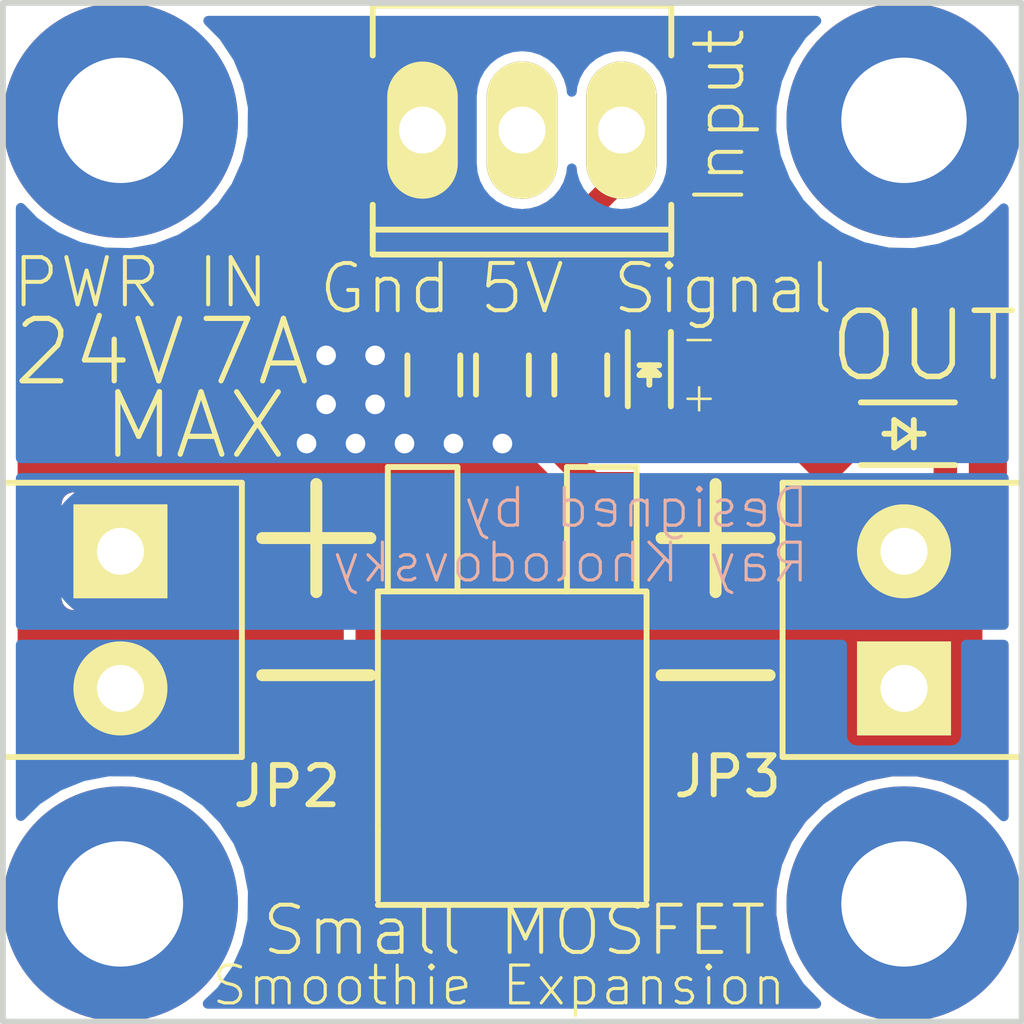
<source format=kicad_pcb>
(kicad_pcb (version 4) (host pcbnew 4.0.2-stable)

  (general
    (links 22)
    (no_connects 0)
    (area 135.426099 91.928599 161.576101 118.078601)
    (thickness 1.6)
    (drawings 27)
    (tracks 39)
    (zones 0)
    (modules 22)
    (nets 7)
  )

  (page A4)
  (layers
    (0 Top signal hide)
    (31 Bottom signal hide)
    (32 B.Adhes user)
    (33 F.Adhes user)
    (34 B.Paste user)
    (35 F.Paste user)
    (36 B.SilkS user hide)
    (37 F.SilkS user)
    (38 B.Mask user)
    (39 F.Mask user)
    (40 Dwgs.User user hide)
    (41 Cmts.User user)
    (42 Eco1.User user)
    (43 Eco2.User user)
    (44 Edge.Cuts user)
    (45 Margin user)
    (46 B.CrtYd user)
    (47 F.CrtYd user)
    (48 B.Fab user)
    (49 F.Fab user)
  )

  (setup
    (last_trace_width 0.6)
    (trace_clearance 0.1524)
    (zone_clearance 0.254)
    (zone_45_only no)
    (trace_min 0.2)
    (segment_width 0.2)
    (edge_width 0.15)
    (via_size 0.6)
    (via_drill 0.4)
    (via_min_size 0.4)
    (via_min_drill 0.3)
    (uvia_size 0.3)
    (uvia_drill 0.1)
    (uvias_allowed no)
    (uvia_min_size 0.2)
    (uvia_min_drill 0.1)
    (pcb_text_width 0.3)
    (pcb_text_size 1.5 1.5)
    (mod_edge_width 0.15)
    (mod_text_size 1 1)
    (mod_text_width 0.15)
    (pad_size 6 6)
    (pad_drill 3.2)
    (pad_to_mask_clearance 0.2)
    (aux_axis_origin 0 0)
    (grid_origin 138.5 115)
    (visible_elements 7FFFDF7F)
    (pcbplotparams
      (layerselection 0x010fc_80000001)
      (usegerberextensions true)
      (excludeedgelayer true)
      (linewidth 0.100000)
      (plotframeref false)
      (viasonmask false)
      (mode 1)
      (useauxorigin false)
      (hpglpennumber 1)
      (hpglpenspeed 20)
      (hpglpendiameter 15)
      (hpglpenoverlay 2)
      (psnegative false)
      (psa4output false)
      (plotreference true)
      (plotvalue true)
      (plotinvisibletext false)
      (padsonsilk false)
      (subtractmaskfromsilk false)
      (outputformat 1)
      (mirror false)
      (drillshape 0)
      (scaleselection 1)
      (outputdirectory Gerber/))
  )

  (net 0 "")
  (net 1 GND)
  (net 2 /FET-LOGIC-IN)
  (net 3 /HEATERVIN)
  (net 4 /E1-CONTROL)
  (net 5 "Net-(Q1-Pad1)")
  (net 6 "Net-(LED7-Pad1)")

  (net_class Default "This is the default net class."
    (clearance 0.1524)
    (trace_width 0.6)
    (via_dia 0.6)
    (via_drill 0.4)
    (uvia_dia 0.3)
    (uvia_drill 0.1)
    (add_net /E1-CONTROL)
    (add_net /FET-LOGIC-IN)
    (add_net /HEATERVIN)
    (add_net GND)
    (add_net "Net-(LED7-Pad1)")
    (add_net "Net-(Q1-Pad1)")
  )

  (module Diodes_SMD:SOD-323 (layer Top) (tedit 5752CBF9) (tstamp 5752C70B)
    (at 158.5 103 180)
    (descr SOD-323)
    (tags SOD-323)
    (path /5741BA57)
    (attr smd)
    (fp_text reference D11 (at 0 0 180) (layer F.SilkS) hide
      (effects (font (size 1 1) (thickness 0.15)))
    )
    (fp_text value 1N4148 (at 0 0 180) (layer F.Fab) hide
      (effects (font (size 1 1) (thickness 0.15)))
    )
    (fp_line (start 0.25 0) (end 0.5 0) (layer F.SilkS) (width 0.15))
    (fp_line (start -0.25 0) (end -0.5 0) (layer F.SilkS) (width 0.15))
    (fp_line (start -0.25 0) (end 0.25 -0.35) (layer F.SilkS) (width 0.15))
    (fp_line (start 0.25 -0.35) (end 0.25 0.35) (layer F.SilkS) (width 0.15))
    (fp_line (start 0.25 0.35) (end -0.25 0) (layer F.SilkS) (width 0.15))
    (fp_line (start -0.25 -0.35) (end -0.25 0.35) (layer F.SilkS) (width 0.15))
    (fp_line (start -1.5 -0.95) (end 1.5 -0.95) (layer F.CrtYd) (width 0.05))
    (fp_line (start 1.5 -0.95) (end 1.5 0.95) (layer F.CrtYd) (width 0.05))
    (fp_line (start -1.5 0.95) (end 1.5 0.95) (layer F.CrtYd) (width 0.05))
    (fp_line (start -1.5 -0.95) (end -1.5 0.95) (layer F.CrtYd) (width 0.05))
    (fp_line (start -1.3 0.8) (end 1.1 0.8) (layer F.SilkS) (width 0.15))
    (fp_line (start -1.3 -0.8) (end 1.1 -0.8) (layer F.SilkS) (width 0.15))
    (pad 1 smd rect (at -1.055 0 180) (size 0.59 0.45) (layers Top F.Paste F.Mask)
      (net 3 /HEATERVIN))
    (pad 2 smd rect (at 1.055 0 180) (size 0.59 0.45) (layers Top F.Paste F.Mask)
      (net 4 /E1-CONTROL))
  )

  (module SBV2_Footprints:Hdr_MOLEX-KK-RM2-54mm_Lock_3pin_straight (layer Top) (tedit 5752D3F8) (tstamp 5752C710)
    (at 148.75 95.25)
    (descr "Header, MOLEX, KK, RM 2.54mm, Lock, 3pin, straight,")
    (tags "Header, MOLEX, KK, RM 2.54mm, Lock, 3pin, straight,")
    (path /5741BBE7)
    (fp_text reference JP1 (at 0 -2.5) (layer F.SilkS) hide
      (effects (font (size 1 1) (thickness 0.15)))
    )
    (fp_text value ~ (at 0 0) (layer F.SilkS) hide
      (effects (font (size 1.5 1.5) (thickness 0.2)))
    )
    (fp_line (start 3.81 2.54) (end -3.81 2.54) (layer F.SilkS) (width 0.15))
    (fp_line (start 3.81 1.905) (end 3.81 3.175) (layer F.SilkS) (width 0.15))
    (fp_line (start -3.81 -1.905) (end -3.81 -3.175) (layer F.SilkS) (width 0.15))
    (fp_line (start -3.81 -3.175) (end 3.81 -3.175) (layer F.SilkS) (width 0.15))
    (fp_line (start 3.81 -3.175) (end 3.81 -1.905) (layer F.SilkS) (width 0.15))
    (fp_line (start 3.81 3.175) (end -3.81 3.175) (layer F.SilkS) (width 0.15))
    (fp_line (start -3.81 3.175) (end -3.81 1.905) (layer F.SilkS) (width 0.15))
    (pad 1 thru_hole oval (at -2.54 0) (size 1.80086 3.50012) (drill 1.19888) (layers *.Cu *.Mask F.SilkS)
      (net 1 GND))
    (pad 2 thru_hole oval (at 0 0) (size 1.80086 3.50012) (drill 1.19888) (layers *.Cu *.Mask F.SilkS))
    (pad 3 thru_hole oval (at 2.54 0) (size 1.80086 3.50012) (drill 1.19888) (layers *.Cu *.Mask F.SilkS)
      (net 2 /FET-LOGIC-IN))
    (model walter/conn_kk100/22-23-2031.wrl
      (at (xyz 0 0 0))
      (scale (xyz 1 1 1))
      (rotate (xyz 0 0 180))
    )
  )

  (module LEDs:LED-0603 (layer Top) (tedit 5752CBF3) (tstamp 5752C720)
    (at 152 101.5 270)
    (descr "LED 0603 smd package")
    (tags "LED led 0603 SMD smd SMT smt smdled SMDLED smtled SMTLED")
    (path /5741BE3F)
    (attr smd)
    (fp_text reference LED7 (at 0 0 270) (layer F.SilkS) hide
      (effects (font (size 1 1) (thickness 0.15)))
    )
    (fp_text value LED (at 0 0 270) (layer F.Fab) hide
      (effects (font (size 1 1) (thickness 0.15)))
    )
    (fp_line (start -1.1 0.55) (end 0.8 0.55) (layer F.SilkS) (width 0.15))
    (fp_line (start -1.1 -0.55) (end 0.8 -0.55) (layer F.SilkS) (width 0.15))
    (fp_line (start -0.2 0) (end 0.25 0) (layer F.SilkS) (width 0.15))
    (fp_line (start -0.25 -0.25) (end -0.25 0.25) (layer F.SilkS) (width 0.15))
    (fp_line (start -0.25 0) (end 0 -0.25) (layer F.SilkS) (width 0.15))
    (fp_line (start 0 -0.25) (end 0 0.25) (layer F.SilkS) (width 0.15))
    (fp_line (start 0 0.25) (end -0.25 0) (layer F.SilkS) (width 0.15))
    (fp_line (start 1.4 -0.75) (end 1.4 0.75) (layer F.CrtYd) (width 0.05))
    (fp_line (start 1.4 0.75) (end -1.4 0.75) (layer F.CrtYd) (width 0.05))
    (fp_line (start -1.4 0.75) (end -1.4 -0.75) (layer F.CrtYd) (width 0.05))
    (fp_line (start -1.4 -0.75) (end 1.4 -0.75) (layer F.CrtYd) (width 0.05))
    (pad 2 smd rect (at 0.7493 0 90) (size 0.79756 0.79756) (layers Top F.Paste F.Mask)
      (net 3 /HEATERVIN))
    (pad 1 smd rect (at -0.7493 0 90) (size 0.79756 0.79756) (layers Top F.Paste F.Mask)
      (net 6 "Net-(LED7-Pad1)"))
  )

  (module SBV2_Footprints:M3_Mounting_Hole (layer Top) (tedit 5752C724) (tstamp 5752C725)
    (at 138.5 115)
    (path /5751ED97)
    (fp_text reference M1 (at 0 0) (layer F.SilkS) hide
      (effects (font (size 1 1) (thickness 0.15)))
    )
    (fp_text value MH_3.2mm (at 0 0) (layer F.Fab) hide
      (effects (font (size 1 1) (thickness 0.15)))
    )
    (pad "" np_thru_hole circle (at 0 0) (size 6 6) (drill 3.2) (layers *.Cu *.Mask))
  )

  (module SBV2_Footprints:M3_Mounting_Hole (layer Top) (tedit 5752C71F) (tstamp 5752C729)
    (at 158.5 115)
    (path /5751EE2C)
    (fp_text reference M2 (at 0 0) (layer F.SilkS) hide
      (effects (font (size 1 1) (thickness 0.15)))
    )
    (fp_text value MH_3.2mm (at 0 0) (layer F.Fab) hide
      (effects (font (size 1 1) (thickness 0.15)))
    )
    (pad "" np_thru_hole circle (at 0 0) (size 6 6) (drill 3.2) (layers *.Cu *.Mask))
  )

  (module SBV2_Footprints:M3_Mounting_Hole (layer Top) (tedit 5752C70F) (tstamp 5752C72D)
    (at 158.5 95)
    (path /5751EE75)
    (fp_text reference M3 (at 0 0) (layer F.SilkS) hide
      (effects (font (size 1 1) (thickness 0.15)))
    )
    (fp_text value MH_3.2mm (at 0 0) (layer F.Fab) hide
      (effects (font (size 1 1) (thickness 0.15)))
    )
    (pad "" np_thru_hole circle (at 0 0) (size 6 6) (drill 3.2) (layers *.Cu *.Mask))
  )

  (module SBV2_Footprints:M3_Mounting_Hole (layer Top) (tedit 5752C719) (tstamp 5752C731)
    (at 138.5 95)
    (path /5751EECB)
    (fp_text reference M4 (at 0 0) (layer F.SilkS) hide
      (effects (font (size 1 1) (thickness 0.15)))
    )
    (fp_text value MH_3.2mm (at 0 0) (layer F.Fab) hide
      (effects (font (size 1 1) (thickness 0.15)))
    )
    (pad "" np_thru_hole circle (at 0 0) (size 6 6) (drill 3.2) (layers *.Cu *.Mask))
  )

  (module TO_SOT_Packages_SMD:TO-252-2Lead (layer Top) (tedit 5752D3FF) (tstamp 5752C73B)
    (at 148.5 105.5 180)
    (descr "DPAK / TO-252 2-lead smd package")
    (tags "dpak TO-252")
    (path /5741C15F)
    (attr smd)
    (fp_text reference Q1 (at -4.75 -8 180) (layer F.SilkS) hide
      (effects (font (size 1 1) (thickness 0.15)))
    )
    (fp_text value IRLR024 (at 0 0 180) (layer F.Fab) hide
      (effects (font (size 1 1) (thickness 0.15)))
    )
    (fp_line (start 1.397 -1.524) (end 1.397 1.651) (layer F.SilkS) (width 0.15))
    (fp_line (start 1.397 1.651) (end 3.175 1.651) (layer F.SilkS) (width 0.15))
    (fp_line (start 3.175 1.651) (end 3.175 -1.524) (layer F.SilkS) (width 0.15))
    (fp_line (start -3.175 -1.524) (end -3.175 1.651) (layer F.SilkS) (width 0.15))
    (fp_line (start -3.175 1.651) (end -1.397 1.651) (layer F.SilkS) (width 0.15))
    (fp_line (start -1.397 1.651) (end -1.397 -1.524) (layer F.SilkS) (width 0.15))
    (fp_line (start 3.429 -7.62) (end 3.429 -1.524) (layer F.SilkS) (width 0.15))
    (fp_line (start 3.429 -1.524) (end -3.429 -1.524) (layer F.SilkS) (width 0.15))
    (fp_line (start -3.429 -1.524) (end -3.429 -9.398) (layer F.SilkS) (width 0.15))
    (fp_line (start -3.429 -9.525) (end 3.429 -9.525) (layer F.SilkS) (width 0.15))
    (fp_line (start 3.429 -9.398) (end 3.429 -7.62) (layer F.SilkS) (width 0.15))
    (pad 1 smd rect (at -2.286 0 180) (size 1.651 3.048) (layers Top F.Paste F.Mask)
      (net 5 "Net-(Q1-Pad1)"))
    (pad 2 smd rect (at 0 -6.35 180) (size 6.096 6.096) (layers Top F.Paste F.Mask)
      (net 4 /E1-CONTROL))
    (pad 3 smd rect (at 2.286 0 180) (size 1.651 3.048) (layers Top F.Paste F.Mask)
      (net 1 GND))
    (model TO_SOT_Packages_SMD.3dshapes/TO-252-2Lead.wrl
      (at (xyz 0 0 0))
      (scale (xyz 1 1 1))
      (rotate (xyz 0 0 0))
    )
  )

  (module Resistors_SMD:R_0603 (layer Top) (tedit 5752CB4C) (tstamp 5752C73C)
    (at 148.25 101.5 90)
    (descr "Resistor SMD 0603, reflow soldering, Vishay (see dcrcw.pdf)")
    (tags "resistor 0603")
    (path /5741BF07)
    (attr smd)
    (fp_text reference R35 (at 0 0 90) (layer F.SilkS) hide
      (effects (font (size 1 1) (thickness 0.15)))
    )
    (fp_text value 10R (at 0 0 90) (layer F.Fab) hide
      (effects (font (size 1 1) (thickness 0.15)))
    )
    (fp_line (start -1.3 -0.8) (end 1.3 -0.8) (layer F.CrtYd) (width 0.05))
    (fp_line (start -1.3 0.8) (end 1.3 0.8) (layer F.CrtYd) (width 0.05))
    (fp_line (start -1.3 -0.8) (end -1.3 0.8) (layer F.CrtYd) (width 0.05))
    (fp_line (start 1.3 -0.8) (end 1.3 0.8) (layer F.CrtYd) (width 0.05))
    (fp_line (start 0.5 0.675) (end -0.5 0.675) (layer F.SilkS) (width 0.15))
    (fp_line (start -0.5 -0.675) (end 0.5 -0.675) (layer F.SilkS) (width 0.15))
    (pad 1 smd rect (at -0.75 0 90) (size 0.5 0.9) (layers Top F.Paste F.Mask)
      (net 5 "Net-(Q1-Pad1)"))
    (pad 2 smd rect (at 0.75 0 90) (size 0.5 0.9) (layers Top F.Paste F.Mask)
      (net 2 /FET-LOGIC-IN))
    (model Resistors_SMD.3dshapes/R_0603.wrl
      (at (xyz 0 0 0))
      (scale (xyz 1 1 1))
      (rotate (xyz 0 0 0))
    )
  )

  (module Resistors_SMD:R_0603 (layer Top) (tedit 5752CB49) (tstamp 5752C741)
    (at 146.5 101.5 270)
    (descr "Resistor SMD 0603, reflow soldering, Vishay (see dcrcw.pdf)")
    (tags "resistor 0603")
    (path /5741BFCF)
    (attr smd)
    (fp_text reference R36 (at 0 0 270) (layer F.SilkS) hide
      (effects (font (size 1 1) (thickness 0.15)))
    )
    (fp_text value 100k (at 0 0 270) (layer F.Fab) hide
      (effects (font (size 1 1) (thickness 0.15)))
    )
    (fp_line (start -1.3 -0.8) (end 1.3 -0.8) (layer F.CrtYd) (width 0.05))
    (fp_line (start -1.3 0.8) (end 1.3 0.8) (layer F.CrtYd) (width 0.05))
    (fp_line (start -1.3 -0.8) (end -1.3 0.8) (layer F.CrtYd) (width 0.05))
    (fp_line (start 1.3 -0.8) (end 1.3 0.8) (layer F.CrtYd) (width 0.05))
    (fp_line (start 0.5 0.675) (end -0.5 0.675) (layer F.SilkS) (width 0.15))
    (fp_line (start -0.5 -0.675) (end 0.5 -0.675) (layer F.SilkS) (width 0.15))
    (pad 1 smd rect (at -0.75 0 270) (size 0.5 0.9) (layers Top F.Paste F.Mask)
      (net 2 /FET-LOGIC-IN))
    (pad 2 smd rect (at 0.75 0 270) (size 0.5 0.9) (layers Top F.Paste F.Mask)
      (net 1 GND))
    (model Resistors_SMD.3dshapes/R_0603.wrl
      (at (xyz 0 0 0))
      (scale (xyz 1 1 1))
      (rotate (xyz 0 0 0))
    )
  )

  (module Resistors_SMD:R_0603 (layer Top) (tedit 5752CB37) (tstamp 5752C746)
    (at 150.25 101.5 90)
    (descr "Resistor SMD 0603, reflow soldering, Vishay (see dcrcw.pdf)")
    (tags "resistor 0603")
    (path /5741C097)
    (attr smd)
    (fp_text reference R37 (at 0 0 90) (layer F.SilkS) hide
      (effects (font (size 1 1) (thickness 0.15)))
    )
    (fp_text value 1.5k (at 0 0 90) (layer F.Fab) hide
      (effects (font (size 1 1) (thickness 0.15)))
    )
    (fp_line (start -1.3 -0.8) (end 1.3 -0.8) (layer F.CrtYd) (width 0.05))
    (fp_line (start -1.3 0.8) (end 1.3 0.8) (layer F.CrtYd) (width 0.05))
    (fp_line (start -1.3 -0.8) (end -1.3 0.8) (layer F.CrtYd) (width 0.05))
    (fp_line (start 1.3 -0.8) (end 1.3 0.8) (layer F.CrtYd) (width 0.05))
    (fp_line (start 0.5 0.675) (end -0.5 0.675) (layer F.SilkS) (width 0.15))
    (fp_line (start -0.5 -0.675) (end 0.5 -0.675) (layer F.SilkS) (width 0.15))
    (pad 1 smd rect (at -0.75 0 90) (size 0.5 0.9) (layers Top F.Paste F.Mask)
      (net 4 /E1-CONTROL))
    (pad 2 smd rect (at 0.75 0 90) (size 0.5 0.9) (layers Top F.Paste F.Mask)
      (net 6 "Net-(LED7-Pad1)"))
    (model Resistors_SMD.3dshapes/R_0603.wrl
      (at (xyz 0 0 0))
      (scale (xyz 1 1 1))
      (rotate (xyz 0 0 0))
    )
  )

  (module SBV2_Footprints:VIA_GND_0.86mm (layer Top) (tedit 5752CA68) (tstamp 5752CA73)
    (at 143.75 102.25)
    (path /5752CD11)
    (fp_text reference VP1 (at 0 1.143) (layer F.SilkS) hide
      (effects (font (size 1 1) (thickness 0.15)))
    )
    (fp_text value VIA_GND (at -27.5 -6.5) (layer F.Fab)
      (effects (font (size 1 1) (thickness 0.15)))
    )
    (pad 1 thru_hole circle (at 0 0 90) (size 0.86 0.86) (drill 0.5) (layers *.Cu)
      (net 1 GND))
  )

  (module SBV2_Footprints:VIA_GND_0.86mm (layer Top) (tedit 5752CA65) (tstamp 5752CA77)
    (at 144.5 103.25)
    (path /5752CD8F)
    (fp_text reference VP2 (at 0 1.143) (layer F.SilkS) hide
      (effects (font (size 1 1) (thickness 0.15)))
    )
    (fp_text value VIA_GND (at -30 -8.25) (layer F.Fab)
      (effects (font (size 1 1) (thickness 0.15)))
    )
    (pad 1 thru_hole circle (at 0 0 90) (size 0.86 0.86) (drill 0.5) (layers *.Cu)
      (net 1 GND))
  )

  (module SBV2_Footprints:VIA_GND_0.86mm (layer Top) (tedit 5752CA6E) (tstamp 5752CA7B)
    (at 143.75 101)
    (path /5752CDDA)
    (fp_text reference VP3 (at 0 1.143) (layer F.SilkS) hide
      (effects (font (size 1 1) (thickness 0.15)))
    )
    (fp_text value VIA_GND (at -30.75 -4.75) (layer F.Fab)
      (effects (font (size 1 1) (thickness 0.15)))
    )
    (pad 1 thru_hole circle (at 0 0 90) (size 0.86 0.86) (drill 0.5) (layers *.Cu)
      (net 1 GND))
  )

  (module SBV2_Footprints:VIA_GND_0.86mm (layer Top) (tedit 5752CA7B) (tstamp 5752CA7F)
    (at 145 102.25)
    (path /5752CDE1)
    (fp_text reference VP4 (at 0 1.143) (layer F.SilkS) hide
      (effects (font (size 1 1) (thickness 0.15)))
    )
    (fp_text value VIA_GND (at -29.75 6.5) (layer F.Fab)
      (effects (font (size 1 1) (thickness 0.15)))
    )
    (pad 1 thru_hole circle (at 0 0 90) (size 0.86 0.86) (drill 0.5) (layers *.Cu)
      (net 1 GND))
  )

  (module SBV2_Footprints:VIA_GND_0.86mm (layer Top) (tedit 5752CA6B) (tstamp 5752CA83)
    (at 148.25 103.25)
    (path /5752CEC2)
    (fp_text reference VP5 (at 0 1.143) (layer F.SilkS) hide
      (effects (font (size 1 1) (thickness 0.15)))
    )
    (fp_text value VIA_GND (at -28.5 -6.75) (layer F.Fab)
      (effects (font (size 1 1) (thickness 0.15)))
    )
    (pad 1 thru_hole circle (at 0 0 90) (size 0.86 0.86) (drill 0.5) (layers *.Cu)
      (net 1 GND))
  )

  (module SBV2_Footprints:VIA_GND_0.86mm (layer Top) (tedit 5752CA76) (tstamp 5752CA87)
    (at 147 103.25)
    (path /5752CEC9)
    (fp_text reference VP6 (at 0 1.143) (layer F.SilkS) hide
      (effects (font (size 1 1) (thickness 0.15)))
    )
    (fp_text value VIA_GND (at -31.25 2) (layer F.Fab)
      (effects (font (size 1 1) (thickness 0.15)))
    )
    (pad 1 thru_hole circle (at 0 0 90) (size 0.86 0.86) (drill 0.5) (layers *.Cu)
      (net 1 GND))
  )

  (module SBV2_Footprints:VIA_GND_0.86mm (layer Top) (tedit 5752CA79) (tstamp 5752CA8B)
    (at 145.75 103.25)
    (path /5752CED0)
    (fp_text reference VP7 (at 0 1.143) (layer F.SilkS) hide
      (effects (font (size 1 1) (thickness 0.15)))
    )
    (fp_text value VIA_GND (at -28.5 3.75) (layer F.Fab)
      (effects (font (size 1 1) (thickness 0.15)))
    )
    (pad 1 thru_hole circle (at 0 0 90) (size 0.86 0.86) (drill 0.5) (layers *.Cu)
      (net 1 GND))
  )

  (module SBV2_Footprints:VIA_GND_0.86mm (layer Top) (tedit 5752CA71) (tstamp 5752CA8F)
    (at 145 101)
    (path /5752CED7)
    (fp_text reference VP8 (at 0 1.143) (layer F.SilkS) hide
      (effects (font (size 1 1) (thickness 0.15)))
    )
    (fp_text value VIA_GND (at -29.25 -3) (layer F.Fab)
      (effects (font (size 1 1) (thickness 0.15)))
    )
    (pad 1 thru_hole circle (at 0 0 90) (size 0.86 0.86) (drill 0.5) (layers *.Cu)
      (net 1 GND))
  )

  (module SBV2_Footprints:VIA_GND_0.86mm (layer Top) (tedit 5752CA74) (tstamp 5752CA93)
    (at 143.25 103.25)
    (path /5752CF13)
    (fp_text reference VP9 (at 0 1.143) (layer F.SilkS) hide
      (effects (font (size 1 1) (thickness 0.15)))
    )
    (fp_text value VIA_GND (at -29.75 0) (layer F.Fab)
      (effects (font (size 1 1) (thickness 0.15)))
    )
    (pad 1 thru_hole circle (at 0 0 90) (size 0.86 0.86) (drill 0.5) (layers *.Cu)
      (net 1 GND))
  )

  (module Terminal_Blocks:TerminalBlock_Pheonix_PT-3.5mm_2pol (layer Top) (tedit 5752D8C6) (tstamp 5752D88F)
    (at 138.5 106 270)
    (descr "2-way 3.5mm pitch terminal block, Phoenix PT series")
    (path /5741BCAF)
    (fp_text reference JP2 (at 6 -4.25 360) (layer F.SilkS)
      (effects (font (size 1 1) (thickness 0.15)))
    )
    (fp_text value ~ (at 1.75 6 270) (layer F.Fab)
      (effects (font (size 1 1) (thickness 0.15)))
    )
    (fp_line (start -1.9 -3.3) (end 5.4 -3.3) (layer F.CrtYd) (width 0.05))
    (fp_line (start -1.9 4.7) (end -1.9 -3.3) (layer F.CrtYd) (width 0.05))
    (fp_line (start 5.4 4.7) (end -1.9 4.7) (layer F.CrtYd) (width 0.05))
    (fp_line (start 5.4 -3.3) (end 5.4 4.7) (layer F.CrtYd) (width 0.05))
    (fp_line (start 1.75 4.1) (end 1.75 4.5) (layer F.SilkS) (width 0.15))
    (fp_line (start -1.75 3) (end 5.25 3) (layer F.SilkS) (width 0.15))
    (fp_line (start -1.75 4.1) (end 5.25 4.1) (layer F.SilkS) (width 0.15))
    (fp_line (start -1.75 -3.1) (end -1.75 4.5) (layer F.SilkS) (width 0.15))
    (fp_line (start 5.25 4.5) (end 5.25 -3.1) (layer F.SilkS) (width 0.15))
    (fp_line (start 5.25 -3.1) (end -1.75 -3.1) (layer F.SilkS) (width 0.15))
    (pad 2 thru_hole circle (at 3.5 0 270) (size 2.4 2.4) (drill 1.2) (layers *.Cu *.Mask F.SilkS)
      (net 1 GND))
    (pad 1 thru_hole rect (at 0 0 270) (size 2.4 2.4) (drill 1.2) (layers *.Cu *.Mask F.SilkS)
      (net 3 /HEATERVIN))
    (model Terminal_Blocks.3dshapes/TerminalBlock_Pheonix_PT-3.5mm_2pol.wrl
      (at (xyz 0 0 0))
      (scale (xyz 1 1 1))
      (rotate (xyz 0 0 0))
    )
  )

  (module Terminal_Blocks:TerminalBlock_Pheonix_PT-3.5mm_2pol (layer Top) (tedit 5752D8CD) (tstamp 5752D894)
    (at 158.5 109.5 90)
    (descr "2-way 3.5mm pitch terminal block, Phoenix PT series")
    (path /5741BD77)
    (fp_text reference JP3 (at -2.25 -4.5 360) (layer F.SilkS)
      (effects (font (size 1 1) (thickness 0.15)))
    )
    (fp_text value ~ (at 1.75 6 90) (layer F.Fab)
      (effects (font (size 1 1) (thickness 0.15)))
    )
    (fp_line (start -1.9 -3.3) (end 5.4 -3.3) (layer F.CrtYd) (width 0.05))
    (fp_line (start -1.9 4.7) (end -1.9 -3.3) (layer F.CrtYd) (width 0.05))
    (fp_line (start 5.4 4.7) (end -1.9 4.7) (layer F.CrtYd) (width 0.05))
    (fp_line (start 5.4 -3.3) (end 5.4 4.7) (layer F.CrtYd) (width 0.05))
    (fp_line (start 1.75 4.1) (end 1.75 4.5) (layer F.SilkS) (width 0.15))
    (fp_line (start -1.75 3) (end 5.25 3) (layer F.SilkS) (width 0.15))
    (fp_line (start -1.75 4.1) (end 5.25 4.1) (layer F.SilkS) (width 0.15))
    (fp_line (start -1.75 -3.1) (end -1.75 4.5) (layer F.SilkS) (width 0.15))
    (fp_line (start 5.25 4.5) (end 5.25 -3.1) (layer F.SilkS) (width 0.15))
    (fp_line (start 5.25 -3.1) (end -1.75 -3.1) (layer F.SilkS) (width 0.15))
    (pad 2 thru_hole circle (at 3.5 0 90) (size 2.4 2.4) (drill 1.2) (layers *.Cu *.Mask F.SilkS)
      (net 3 /HEATERVIN))
    (pad 1 thru_hole rect (at 0 0 90) (size 2.4 2.4) (drill 1.2) (layers *.Cu *.Mask F.SilkS)
      (net 4 /E1-CONTROL))
    (model Terminal_Blocks.3dshapes/TerminalBlock_Pheonix_PT-3.5mm_2pol.wrl
      (at (xyz 0 0 0))
      (scale (xyz 1 1 1))
      (rotate (xyz 0 0 0))
    )
  )

  (dimension 26 (width 0.3) (layer Dwgs.User)
    (gr_text "26.000 mm" (at 125.15 105 270) (layer Dwgs.User)
      (effects (font (size 1.5 1.5) (thickness 0.3)))
    )
    (feature1 (pts (xy 128.5 118) (xy 123.8 118)))
    (feature2 (pts (xy 128.5 92) (xy 123.8 92)))
    (crossbar (pts (xy 126.5 92) (xy 126.5 118)))
    (arrow1a (pts (xy 126.5 118) (xy 125.913579 116.873496)))
    (arrow1b (pts (xy 126.5 118) (xy 127.086421 116.873496)))
    (arrow2a (pts (xy 126.5 92) (xy 125.913579 93.126504)))
    (arrow2b (pts (xy 126.5 92) (xy 127.086421 93.126504)))
  )
  (dimension 26 (width 0.3) (layer Dwgs.User)
    (gr_text "26.000 mm" (at 148.5 125.35) (layer Dwgs.User)
      (effects (font (size 1.5 1.5) (thickness 0.3)))
    )
    (feature1 (pts (xy 161.5 122) (xy 161.5 126.7)))
    (feature2 (pts (xy 135.5 122) (xy 135.5 126.7)))
    (crossbar (pts (xy 135.5 124) (xy 161.5 124)))
    (arrow1a (pts (xy 161.5 124) (xy 160.373496 124.586421)))
    (arrow1b (pts (xy 161.5 124) (xy 160.373496 123.413579)))
    (arrow2a (pts (xy 135.5 124) (xy 136.626504 124.586421)))
    (arrow2b (pts (xy 135.5 124) (xy 136.626504 123.413579)))
  )
  (dimension 20 (width 0.3) (layer Dwgs.User)
    (gr_text "20.000 mm" (at 169.85 105 270) (layer Dwgs.User)
      (effects (font (size 1.5 1.5) (thickness 0.3)))
    )
    (feature1 (pts (xy 166.5 115) (xy 171.2 115)))
    (feature2 (pts (xy 166.5 95) (xy 171.2 95)))
    (crossbar (pts (xy 168.5 95) (xy 168.5 115)))
    (arrow1a (pts (xy 168.5 115) (xy 167.913579 113.873496)))
    (arrow1b (pts (xy 168.5 115) (xy 169.086421 113.873496)))
    (arrow2a (pts (xy 168.5 95) (xy 167.913579 96.126504)))
    (arrow2b (pts (xy 168.5 95) (xy 169.086421 96.126504)))
  )
  (dimension 20 (width 0.3) (layer Dwgs.User)
    (gr_text "20.000 mm" (at 148.5 83.65) (layer Dwgs.User)
      (effects (font (size 1.5 1.5) (thickness 0.3)))
    )
    (feature1 (pts (xy 158.5 87) (xy 158.5 82.3)))
    (feature2 (pts (xy 138.5 87) (xy 138.5 82.3)))
    (crossbar (pts (xy 138.5 85) (xy 158.5 85)))
    (arrow1a (pts (xy 158.5 85) (xy 157.373496 85.586421)))
    (arrow1b (pts (xy 158.5 85) (xy 157.373496 84.413579)))
    (arrow2a (pts (xy 138.5 85) (xy 139.626504 85.586421)))
    (arrow2b (pts (xy 138.5 85) (xy 139.626504 84.413579)))
  )
  (gr_line (start 135.5011 118.0036) (end 161.5011 118.0036) (layer Edge.Cuts) (width 0.15) (tstamp A016590))
  (gr_line (start 161.5011 118.0036) (end 161.5011 92.0036) (layer Edge.Cuts) (width 0.15) (tstamp A016D90))
  (gr_line (start 161.5011 92.0036) (end 135.5011 92.0036) (layer Edge.Cuts) (width 0.15) (tstamp A017590))
  (gr_line (start 135.5011 92.0036) (end 135.5011 118.0036) (layer Edge.Cuts) (width 0.15) (tstamp A017E10))
  (gr_text - (at 151.25 111) (layer F.SilkS) (tstamp A01AE10)
    (effects (font (size 3.6195 3.6195) (thickness 0.3048)) (justify left bottom))
  )
  (gr_text + (at 151.25 107.5) (layer F.SilkS) (tstamp A01B410)
    (effects (font (size 3.6195 3.6195) (thickness 0.3048)) (justify left bottom))
  )
  (gr_text "PWR IN" (at 135.6741 99.8496) (layer F.SilkS) (tstamp A01BA10)
    (effects (font (size 1.2065 1.2065) (thickness 0.1016)) (justify left bottom))
  )
  (gr_text 24V (at 135.6741 101.8496) (layer F.SilkS) (tstamp A01C010)
    (effects (font (size 1.59258 1.59258) (thickness 0.134112)) (justify left bottom))
  )
  (gr_text OUT (at 156.5 101.75) (layer F.SilkS) (tstamp A01C610)
    (effects (font (size 1.6891 1.6891) (thickness 0.14224)) (justify left bottom))
  )
  (gr_text MAX (at 137.9661 103.7226) (layer F.SilkS) (tstamp A01CC10)
    (effects (font (size 1.59258 1.59258) (thickness 0.134112)) (justify left bottom))
  )
  (gr_text Gnd (at 143.5 100) (layer F.SilkS) (tstamp A01D210)
    (effects (font (size 1.2065 1.2065) (thickness 0.1016)) (justify left bottom))
  )
  (gr_text + (at 152.75 102.5) (layer F.SilkS) (tstamp A01D810)
    (effects (font (size 0.77216 0.77216) (thickness 0.065024)) (justify left bottom))
  )
  (gr_text - (at 152.75 101) (layer F.SilkS) (tstamp A01DE10)
    (effects (font (size 0.77216 0.77216) (thickness 0.065024)) (justify left bottom))
  )
  (gr_text 5V (at 148.75 100) (layer F.SilkS) (tstamp A01E410)
    (effects (font (size 1.2065 1.2065) (thickness 0.1016)) (justify bottom))
  )
  (gr_text Signal (at 151 100) (layer F.SilkS) (tstamp A01EA10)
    (effects (font (size 1.2065 1.2065) (thickness 0.1016)) (justify left bottom))
  )
  (gr_text "Designed by" (at 156.1331 105.4566) (layer B.SilkS) (tstamp A01F010)
    (effects (font (size 0.9652 0.9652) (thickness 0.08128)) (justify left bottom mirror))
  )
  (gr_text "Ray Kholodovsky" (at 156.1331 106.8536) (layer B.SilkS) (tstamp A01F710)
    (effects (font (size 0.9652 0.9652) (thickness 0.08128)) (justify left bottom mirror))
  )
  (gr_text "Small MOSFET" (at 142.0471 116.3786) (layer F.SilkS) (tstamp A027E90)
    (effects (font (size 1.2065 1.2065) (thickness 0.1016)) (justify left bottom))
  )
  (gr_text "Smoothie Expansion" (at 140.7771 117.6486) (layer F.SilkS) (tstamp A028490)
    (effects (font (size 0.9652 0.9652) (thickness 0.08128)) (justify left bottom))
  )
  (gr_text Input (at 154.5 97.25 90) (layer F.SilkS) (tstamp A028A90)
    (effects (font (size 1.2065 1.2065) (thickness 0.1016)) (justify left bottom))
  )
  (gr_text 7A (at 140.3731 101.8496) (layer F.SilkS) (tstamp A029090)
    (effects (font (size 1.59258 1.59258) (thickness 0.134112)) (justify left bottom))
  )
  (gr_text + (at 143.5 107.5) (layer F.SilkS) (tstamp A029690)
    (effects (font (size 3.6195 3.6195) (thickness 0.3048)) (justify bottom))
  )
  (gr_text - (at 143.5 111) (layer F.SilkS) (tstamp A029C90)
    (effects (font (size 3.6195 3.6195) (thickness 0.3048)) (justify bottom))
  )

  (segment (start 146.5 102.25) (end 144.75 102.25) (width 0.6) (layer Top) (net 1))
  (segment (start 144.75 102.25) (end 144.5 102) (width 0.6) (layer Top) (net 1) (tstamp 5752CD24))
  (segment (start 144.5 102) (end 144.5 96.96) (width 0.6) (layer Top) (net 1) (tstamp 5752CD27))
  (segment (start 144.5 96.96) (end 146.21 95.25) (width 0.6) (layer Top) (net 1) (tstamp 5752CD2A))
  (segment (start 138.5011 109.5036) (end 140.0011 109.5036) (width 0.6) (layer Top) (net 1) (tstamp A0C8A10))
  (segment (start 140.0011 109.5036) (end 144.9511 104.5536) (width 0.6) (layer Top) (net 1) (tstamp A0C9210))
  (segment (start 146.2711 104.5536) (end 144.9511 104.5536) (width 0.6) (layer Top) (net 1) (tstamp A0C9A10))
  (segment (start 151.29 95.25) (end 151.29 96.46) (width 0.25) (layer Top) (net 2))
  (segment (start 151.29 96.46) (end 148.25 99.5) (width 0.6) (layer Top) (net 2) (tstamp 5752CD17))
  (segment (start 148.25 99.5) (end 148.25 100.75) (width 0.6) (layer Top) (net 2) (tstamp 5752CD1A))
  (segment (start 148.25 100.75) (end 146.5 100.75) (width 0.6) (layer Top) (net 2) (tstamp 5752CD1C))
  (segment (start 138.5011 106.0036) (end 158.5011 106.0036) (width 3.81) (layer Bottom) (net 3) (tstamp A100310))
  (segment (start 159.555 103) (end 159.555 102.305) (width 0.6) (layer Top) (net 3))
  (segment (start 156.0007 102.2493) (end 152 102.2493) (width 0.6) (layer Top) (net 3))
  (segment (start 156.0007 102.2493) (end 156.5 101.75) (width 0.6) (layer Top) (net 3) (tstamp 5752CEB7))
  (segment (start 156.5 101.75) (end 159 101.75) (width 0.6) (layer Top) (net 3) (tstamp 5752CEB8))
  (segment (start 159 101.75) (end 159.555 102.305) (width 0.6) (layer Top) (net 3) (tstamp 5752CEBA))
  (segment (start 159.555 103) (end 159.555 104.945) (width 0.6) (layer Top) (net 3) (tstamp 5752CED1))
  (segment (start 159.555 104.945) (end 158.5 106) (width 0.6) (layer Top) (net 3) (tstamp 5752CEBF))
  (segment (start 150.25 102.25) (end 150.25 102.75) (width 0.6) (layer Top) (net 4))
  (segment (start 155.7475 103.25) (end 156.5011 104.0036) (width 0.6) (layer Top) (net 4) (tstamp 5752CEB3))
  (segment (start 150.75 103.25) (end 155.7475 103.25) (width 0.6) (layer Top) (net 4) (tstamp 5752CEB0))
  (segment (start 150.25 102.75) (end 150.75 103.25) (width 0.6) (layer Top) (net 4) (tstamp 5752CEAF))
  (segment (start 157.3511 103.0036) (end 157.3511 103.1536) (width 0.6096) (layer Top) (net 4) (tstamp A0F9D10))
  (segment (start 157.3511 103.1536) (end 156.5011 104.0036) (width 0.6096) (layer Top) (net 4) (tstamp A0FA510))
  (segment (start 156.5011 104.0036) (end 156.5011 109.2036) (width 0.6096) (layer Top) (net 4) (tstamp A0FAD10))
  (segment (start 156.5011 109.5036) (end 155.0011 109.5036) (width 3.81) (layer Top) (net 4) (tstamp A0ECE90))
  (segment (start 154.5011 108.5036) (end 156.3011 109.4036) (width 0.254) (layer Top) (net 4) (tstamp A0EF690))
  (segment (start 156.3011 109.4036) (end 156.5011 109.5036) (width 0.254) (layer Top) (net 4) (tstamp A0F7F10))
  (segment (start 156.5011 109.2036) (end 156.3011 109.4036) (width 0.6096) (layer Top) (net 4) (tstamp A0FB510))
  (segment (start 155.0011 109.5036) (end 152.6511 111.8536) (width 3.81) (layer Top) (net 4) (tstamp A0ED690))
  (segment (start 148.5511 111.8536) (end 152.6511 111.8536) (width 3.81) (layer Top) (net 4) (tstamp A0EDE90))
  (segment (start 158.5011 109.5036) (end 156.5011 109.5036) (width 3.81) (layer Top) (net 4) (tstamp A0EC690))
  (segment (start 158.5011 109.5036) (end 159.0011 109.5036) (width 0.254) (layer Top) (net 4) (tstamp A0EE690))
  (segment (start 148.25 102.25) (end 148.5 102.25) (width 0.25) (layer Top) (net 5))
  (segment (start 148.5 102.25) (end 150.786 104.536) (width 0.6) (layer Top) (net 5) (tstamp 5752CD1F))
  (segment (start 150.786 104.536) (end 150.786 105.5) (width 0.25) (layer Top) (net 5) (tstamp 5752CD21))
  (segment (start 152 100.7507) (end 150.2507 100.7507) (width 0.6) (layer Top) (net 6))
  (segment (start 150.2507 100.7507) (end 150.25 100.75) (width 0.6) (layer Top) (net 6) (tstamp 5752CEAC))

  (zone (net 1) (net_name GND) (layer Top) (tstamp A0CCA10) (hatch none 0.508)
    (priority 5)
    (connect_pads yes (clearance 0.3))
    (min_thickness 0.4)
    (fill yes (arc_segments 32) (thermal_gap 0.508) (thermal_bridge_width 0.508))
    (polygon
      (pts
        (xy 135.5011 92.0036) (xy 135.5011 118.0036) (xy 161.5011 118.0036) (xy 161.5011 92.0036)
      )
    )
    (filled_polygon
      (pts
        (xy 155.805871 92.739358) (xy 155.418086 93.305704) (xy 155.14769 93.936585) (xy 155.004983 94.607971) (xy 154.995399 95.29429)
        (xy 155.119305 95.969399) (xy 155.37198 96.607584) (xy 155.743801 97.184536) (xy 156.220604 97.678281) (xy 156.784229 98.07001)
        (xy 157.413207 98.344804) (xy 158.083581 98.492195) (xy 158.769816 98.50657) (xy 159.445774 98.38738) (xy 160.085707 98.139166)
        (xy 160.665241 97.771383) (xy 160.9261 97.52297) (xy 160.9261 106.758458) (xy 160.859504 106.654965) (xy 160.695628 106.542993)
        (xy 160.5011 106.5036) (xy 160.128983 106.5036) (xy 160.194756 106.214097) (xy 160.200073 105.833306) (xy 160.135318 105.506268)
        (xy 160.131641 105.497348) (xy 160.16757 105.453607) (xy 160.215091 105.396974) (xy 160.217119 105.393285) (xy 160.219787 105.390037)
        (xy 160.254698 105.324929) (xy 160.290308 105.260154) (xy 160.29158 105.256145) (xy 160.293568 105.252437) (xy 160.31518 105.181747)
        (xy 160.337518 105.111329) (xy 160.337987 105.10715) (xy 160.339217 105.103126) (xy 160.346685 105.029602) (xy 160.354922 104.95617)
        (xy 160.354979 104.947946) (xy 160.354995 104.947793) (xy 160.354981 104.94765) (xy 160.355 104.945) (xy 160.355 102.305)
        (xy 160.347797 102.231539) (xy 160.341349 102.157839) (xy 160.340174 102.153795) (xy 160.339764 102.149613) (xy 160.318416 102.078906)
        (xy 160.297789 102.007907) (xy 160.295853 102.004173) (xy 160.294637 102.000144) (xy 160.259928 101.934866) (xy 160.225936 101.869289)
        (xy 160.223313 101.866003) (xy 160.221337 101.862287) (xy 160.174631 101.805019) (xy 160.128529 101.747268) (xy 160.122754 101.741412)
        (xy 160.122657 101.741293) (xy 160.122546 101.741202) (xy 160.120686 101.739315) (xy 159.565685 101.184315) (xy 159.508631 101.13745)
        (xy 159.451974 101.089909) (xy 159.448285 101.087881) (xy 159.445037 101.085213) (xy 159.379929 101.050302) (xy 159.315154 101.014692)
        (xy 159.311145 101.01342) (xy 159.307437 101.011432) (xy 159.236747 100.98982) (xy 159.166329 100.967482) (xy 159.16215 100.967013)
        (xy 159.158126 100.965783) (xy 159.084602 100.958315) (xy 159.01117 100.950078) (xy 159.002946 100.950021) (xy 159.002793 100.950005)
        (xy 159.00265 100.950019) (xy 159 100.95) (xy 156.5 100.95) (xy 156.426494 100.957207) (xy 156.352839 100.963651)
        (xy 156.348795 100.964826) (xy 156.344613 100.965236) (xy 156.273919 100.98658) (xy 156.202906 101.007211) (xy 156.19917 101.009147)
        (xy 156.195144 101.010363) (xy 156.129884 101.045062) (xy 156.064289 101.079064) (xy 156.061003 101.081687) (xy 156.057287 101.083663)
        (xy 156.000019 101.130369) (xy 155.942268 101.176471) (xy 155.936412 101.182246) (xy 155.936293 101.182343) (xy 155.936202 101.182454)
        (xy 155.934315 101.184314) (xy 155.66933 101.4493) (xy 152.796821 101.4493) (xy 152.823209 101.418338) (xy 152.881308 101.289451)
        (xy 152.901199 101.14948) (xy 152.901199 100.35192) (xy 152.89485 100.272297) (xy 152.853027 100.137248) (xy 152.775237 100.019196)
        (xy 152.667638 99.927491) (xy 152.538751 99.869392) (xy 152.39878 99.849501) (xy 151.60122 99.849501) (xy 151.521597 99.85585)
        (xy 151.386548 99.897673) (xy 151.306076 99.9507) (xy 150.259635 99.9507) (xy 150.252793 99.950005) (xy 150.097353 99.964699)
        (xy 149.987051 99.997581) (xy 149.8 99.997581) (xy 149.720377 100.00393) (xy 149.585328 100.045753) (xy 149.467276 100.123543)
        (xy 149.375571 100.231142) (xy 149.317472 100.360029) (xy 149.297581 100.5) (xy 149.297581 101) (xy 149.30393 101.079623)
        (xy 149.345753 101.214672) (xy 149.423543 101.332724) (xy 149.531142 101.424429) (xy 149.660029 101.482528) (xy 149.778192 101.49932)
        (xy 149.720377 101.50393) (xy 149.585328 101.545753) (xy 149.467276 101.623543) (xy 149.375571 101.731142) (xy 149.317472 101.860029)
        (xy 149.308007 101.926636) (xy 149.13019 101.74882) (xy 149.076457 101.667276) (xy 148.968858 101.575571) (xy 148.839971 101.517472)
        (xy 148.811032 101.51336) (xy 148.807437 101.511432) (xy 148.761831 101.497489) (xy 148.779623 101.49607) (xy 148.914672 101.454247)
        (xy 149.032724 101.376457) (xy 149.124429 101.268858) (xy 149.182528 101.139971) (xy 149.202419 101) (xy 149.202419 100.5)
        (xy 149.19607 100.420377) (xy 149.154247 100.285328) (xy 149.076457 100.167276) (xy 149.05 100.144727) (xy 149.05 99.83137)
        (xy 151.379492 97.501879) (xy 151.552414 97.486142) (xy 151.81461 97.408973) (xy 152.056824 97.282347) (xy 152.26983 97.111086)
        (xy 152.445514 96.901714) (xy 152.577185 96.662205) (xy 152.659827 96.401683) (xy 152.690293 96.13007) (xy 152.69043 96.110517)
        (xy 152.69043 94.389483) (xy 152.663759 94.117471) (xy 152.584762 93.855821) (xy 152.456448 93.614497) (xy 152.283704 93.402692)
        (xy 152.073111 93.228474) (xy 151.832688 93.098478) (xy 151.571596 93.017656) (xy 151.299777 92.989087) (xy 151.027586 93.013858)
        (xy 150.76539 93.091027) (xy 150.523176 93.217653) (xy 150.31017 93.388914) (xy 150.134486 93.598286) (xy 150.019266 93.80787)
        (xy 149.916448 93.614497) (xy 149.743704 93.402692) (xy 149.533111 93.228474) (xy 149.292688 93.098478) (xy 149.031596 93.017656)
        (xy 148.759777 92.989087) (xy 148.487586 93.013858) (xy 148.22539 93.091027) (xy 147.983176 93.217653) (xy 147.77017 93.388914)
        (xy 147.594486 93.598286) (xy 147.462815 93.837795) (xy 147.380173 94.098317) (xy 147.349707 94.36993) (xy 147.34957 94.389483)
        (xy 147.34957 96.110517) (xy 147.376241 96.382529) (xy 147.455238 96.644179) (xy 147.583552 96.885503) (xy 147.756296 97.097308)
        (xy 147.966889 97.271526) (xy 148.207312 97.401522) (xy 148.468404 97.482344) (xy 148.740223 97.510913) (xy 149.012414 97.486142)
        (xy 149.182566 97.436063) (xy 147.684315 98.934315) (xy 147.63745 98.991369) (xy 147.589909 99.048026) (xy 147.587881 99.051715)
        (xy 147.585213 99.054963) (xy 147.550302 99.120071) (xy 147.514692 99.184846) (xy 147.51342 99.188855) (xy 147.511432 99.192563)
        (xy 147.48982 99.263253) (xy 147.467482 99.333671) (xy 147.467013 99.33785) (xy 147.465783 99.341874) (xy 147.458315 99.415398)
        (xy 147.450078 99.48883) (xy 147.450021 99.497054) (xy 147.450005 99.497207) (xy 147.450019 99.49735) (xy 147.45 99.5)
        (xy 147.45 99.95) (xy 146.5 99.95) (xy 146.344613 99.965236) (xy 146.23748 99.997581) (xy 146.05 99.997581)
        (xy 145.970377 100.00393) (xy 145.835328 100.045753) (xy 145.717276 100.123543) (xy 145.625571 100.231142) (xy 145.567472 100.360029)
        (xy 145.547581 100.5) (xy 145.547581 101) (xy 145.55393 101.079623) (xy 145.595753 101.214672) (xy 145.673543 101.332724)
        (xy 145.781142 101.424429) (xy 145.910029 101.482528) (xy 146.05 101.502419) (xy 146.238787 101.502419) (xy 146.333671 101.532518)
        (xy 146.48883 101.549922) (xy 146.5 101.55) (xy 147.578883 101.55) (xy 147.467276 101.623543) (xy 147.375571 101.731142)
        (xy 147.317472 101.860029) (xy 147.297581 102) (xy 147.297581 102.5) (xy 147.30393 102.579623) (xy 147.345753 102.714672)
        (xy 147.423543 102.832724) (xy 147.531142 102.924429) (xy 147.660029 102.982528) (xy 147.8 103.002419) (xy 148.121049 103.002419)
        (xy 149.458081 104.339452) (xy 149.458081 106.5036) (xy 144.5011 106.5036) (xy 144.319371 106.537795) (xy 144.152465 106.645196)
        (xy 144.040493 106.809072) (xy 144.0011 107.0036) (xy 144.0011 117.0036) (xy 144.035295 117.185329) (xy 144.142696 117.352235)
        (xy 144.25446 117.4286) (xy 141.025198 117.4286) (xy 141.162302 117.298038) (xy 141.557957 116.737161) (xy 141.837135 116.110117)
        (xy 141.989203 115.440789) (xy 142.00015 114.656807) (xy 141.86683 113.983494) (xy 141.605269 113.348899) (xy 141.225429 112.777194)
        (xy 140.741779 112.290155) (xy 140.172739 111.906333) (xy 139.539986 111.640348) (xy 138.86762 111.502331) (xy 138.181251 111.497539)
        (xy 137.507023 111.626155) (xy 136.870618 111.88328) (xy 136.296275 112.259119) (xy 136.0761 112.47473) (xy 136.0761 104.8)
        (xy 136.797581 104.8) (xy 136.797581 107.2) (xy 136.80393 107.279623) (xy 136.845753 107.414672) (xy 136.923543 107.532724)
        (xy 137.031142 107.624429) (xy 137.160029 107.682528) (xy 137.3 107.702419) (xy 139.7 107.702419) (xy 139.779623 107.69607)
        (xy 139.914672 107.654247) (xy 140.032724 107.576457) (xy 140.124429 107.468858) (xy 140.182528 107.339971) (xy 140.202419 107.2)
        (xy 140.202419 104.8) (xy 140.19607 104.720377) (xy 140.154247 104.585328) (xy 140.076457 104.467276) (xy 139.968858 104.375571)
        (xy 139.839971 104.317472) (xy 139.7 104.297581) (xy 137.3 104.297581) (xy 137.220377 104.30393) (xy 137.085328 104.345753)
        (xy 136.967276 104.423543) (xy 136.875571 104.531142) (xy 136.817472 104.660029) (xy 136.797581 104.8) (xy 136.0761 104.8)
        (xy 136.0761 97.528642) (xy 136.220604 97.678281) (xy 136.784229 98.07001) (xy 137.413207 98.344804) (xy 138.083581 98.492195)
        (xy 138.769816 98.50657) (xy 139.445774 98.38738) (xy 140.085707 98.139166) (xy 140.665241 97.771383) (xy 141.162302 97.298038)
        (xy 141.557957 96.737161) (xy 141.837135 96.110117) (xy 141.989203 95.440789) (xy 142.00015 94.656807) (xy 141.86683 93.983494)
        (xy 141.605269 93.348899) (xy 141.225429 92.777194) (xy 141.028217 92.5786) (xy 155.970032 92.5786)
      )
    )
  )
  (zone (net 1) (net_name GND) (layer Bottom) (tstamp A0D0590) (hatch none 0.508)
    (priority 5)
    (connect_pads yes (clearance 0.254))
    (min_thickness 0.254)
    (fill yes (arc_segments 32) (thermal_gap 0.508) (thermal_bridge_width 0.508))
    (polygon
      (pts
        (xy 135.5011 92.0036) (xy 135.5011 118.0036) (xy 161.5011 118.0036) (xy 161.5011 92.0036)
      )
    )
    (filled_polygon
      (pts
        (xy 156.917157 110.7) (xy 156.921995 110.760673) (xy 156.953864 110.86358) (xy 157.01314 110.953535) (xy 157.09513 111.023415)
        (xy 157.193342 111.067686) (xy 157.3 111.082843) (xy 159.7 111.082843) (xy 159.760673 111.078005) (xy 159.86358 111.046136)
        (xy 159.953535 110.98686) (xy 160.023415 110.90487) (xy 160.067686 110.806658) (xy 160.082843 110.7) (xy 160.082843 108.3846)
        (xy 161.0451 108.3846) (xy 161.0451 112.764491) (xy 160.665558 112.38229) (xy 160.115866 112.011518) (xy 159.504626 111.754576)
        (xy 158.855121 111.621252) (xy 158.192089 111.616623) (xy 157.540785 111.740866) (xy 156.926017 111.989248) (xy 156.371202 112.352309)
        (xy 155.897472 112.81622) (xy 155.522872 113.36331) (xy 155.261669 113.972741) (xy 155.123814 114.6213) (xy 155.114556 115.284284)
        (xy 155.234249 115.936439) (xy 155.478333 116.552926) (xy 155.837512 117.110262) (xy 156.259844 117.5476) (xy 140.727669 117.5476)
        (xy 141.071784 117.219904) (xy 141.453986 116.678098) (xy 141.723672 116.072373) (xy 141.87057 115.425802) (xy 141.881145 114.668476)
        (xy 141.752358 114.018055) (xy 141.49969 113.405037) (xy 141.132765 112.85277) (xy 140.665558 112.38229) (xy 140.115866 112.011518)
        (xy 139.504626 111.754576) (xy 138.855121 111.621252) (xy 138.192089 111.616623) (xy 137.540785 111.740866) (xy 136.926017 111.989248)
        (xy 136.371202 112.352309) (xy 135.9571 112.757828) (xy 135.9571 108.3846) (xy 156.917157 108.3846)
      )
    )
    (filled_polygon
      (pts
        (xy 155.897472 92.81622) (xy 155.522872 93.36331) (xy 155.261669 93.972741) (xy 155.123814 94.6213) (xy 155.114556 95.284284)
        (xy 155.234249 95.936439) (xy 155.478333 96.552926) (xy 155.837512 97.110262) (xy 156.298104 97.587219) (xy 156.842566 97.96563)
        (xy 157.450158 98.23108) (xy 158.097739 98.37346) (xy 158.760642 98.387346) (xy 159.413617 98.272209) (xy 160.031793 98.032434)
        (xy 160.591623 97.677155) (xy 161.0451 97.245315) (xy 161.0451 103.6226) (xy 135.9571 103.6226) (xy 135.9571 97.234099)
        (xy 136.298104 97.587219) (xy 136.842566 97.96563) (xy 137.450158 98.23108) (xy 138.097739 98.37346) (xy 138.760642 98.387346)
        (xy 139.413617 98.272209) (xy 140.031793 98.032434) (xy 140.591623 97.677155) (xy 141.071784 97.219904) (xy 141.453986 96.678098)
        (xy 141.723672 96.072373) (xy 141.87057 95.425802) (xy 141.881145 94.668476) (xy 141.826017 94.390059) (xy 147.46857 94.390059)
        (xy 147.46857 96.109941) (xy 147.492975 96.358839) (xy 147.565259 96.598256) (xy 147.68267 96.819074) (xy 147.840735 97.01288)
        (xy 148.033433 97.172295) (xy 148.253426 97.291244) (xy 148.492333 97.365198) (xy 148.741054 97.39134) (xy 148.990116 97.368673)
        (xy 149.230032 97.298062) (xy 149.451664 97.182196) (xy 149.64657 97.025488) (xy 149.807325 96.833907) (xy 149.927808 96.61475)
        (xy 150.003428 96.376365) (xy 150.02011 96.227637) (xy 150.032975 96.358839) (xy 150.105259 96.598256) (xy 150.22267 96.819074)
        (xy 150.380735 97.01288) (xy 150.573433 97.172295) (xy 150.793426 97.291244) (xy 151.032333 97.365198) (xy 151.281054 97.39134)
        (xy 151.530116 97.368673) (xy 151.770032 97.298062) (xy 151.991664 97.182196) (xy 152.18657 97.025488) (xy 152.347325 96.833907)
        (xy 152.467808 96.61475) (xy 152.543428 96.376365) (xy 152.571305 96.127833) (xy 152.57143 96.109941) (xy 152.57143 94.390059)
        (xy 152.547025 94.141161) (xy 152.474741 93.901744) (xy 152.35733 93.680926) (xy 152.199265 93.48712) (xy 152.006567 93.327705)
        (xy 151.786574 93.208756) (xy 151.547667 93.134802) (xy 151.298946 93.10866) (xy 151.049884 93.131327) (xy 150.809968 93.201938)
        (xy 150.588336 93.317804) (xy 150.39343 93.474512) (xy 150.232675 93.666093) (xy 150.112192 93.88525) (xy 150.036572 94.123635)
        (xy 150.01989 94.272363) (xy 150.007025 94.141161) (xy 149.934741 93.901744) (xy 149.81733 93.680926) (xy 149.659265 93.48712)
        (xy 149.466567 93.327705) (xy 149.246574 93.208756) (xy 149.007667 93.134802) (xy 148.758946 93.10866) (xy 148.509884 93.131327)
        (xy 148.269968 93.201938) (xy 148.048336 93.317804) (xy 147.85343 93.474512) (xy 147.692675 93.666093) (xy 147.572192 93.88525)
        (xy 147.496572 94.123635) (xy 147.468695 94.372167) (xy 147.46857 94.390059) (xy 141.826017 94.390059) (xy 141.752358 94.018055)
        (xy 141.49969 93.405037) (xy 141.132765 92.85277) (xy 140.74233 92.4596) (xy 156.26164 92.4596)
      )
    )
  )
  (zone (net 4) (net_name /E1-CONTROL) (layer Top) (tstamp A0F8710) (hatch none 0.508)
    (priority 6)
    (connect_pads yes (clearance 0.254))
    (min_thickness 0.254)
    (fill yes (arc_segments 32) (thermal_gap 0.508) (thermal_bridge_width 0.508))
    (polygon
      (pts
        (xy 160.5011 107.0036) (xy 144.5011 107.0036) (xy 144.5011 117.0036) (xy 160.5011 117.0036)
      )
    )
    (filled_polygon
      (pts
        (xy 145.042364 107.18758) (xy 145.10164 107.277535) (xy 145.18363 107.347415) (xy 145.281842 107.391686) (xy 145.3885 107.406843)
        (xy 147.0395 107.406843) (xy 147.100173 107.402005) (xy 147.20308 107.370136) (xy 147.293035 107.31086) (xy 147.362915 107.22887)
        (xy 147.407186 107.130658) (xy 147.407194 107.1306) (xy 149.596718 107.1306) (xy 149.614364 107.18758) (xy 149.67364 107.277535)
        (xy 149.75563 107.347415) (xy 149.853842 107.391686) (xy 149.9605 107.406843) (xy 151.6115 107.406843) (xy 151.672173 107.402005)
        (xy 151.77508 107.370136) (xy 151.865035 107.31086) (xy 151.934915 107.22887) (xy 151.979186 107.130658) (xy 151.979194 107.1306)
        (xy 157.393864 107.1306) (xy 157.470364 107.209818) (xy 157.724962 107.386768) (xy 158.00908 107.510896) (xy 158.311898 107.577475)
        (xy 158.62188 107.583968) (xy 158.927219 107.530128) (xy 159.216287 107.418006) (xy 159.478071 107.251873) (xy 159.60542 107.1306)
        (xy 160.3741 107.1306) (xy 160.3741 112.185699) (xy 160.115866 112.011518) (xy 159.504626 111.754576) (xy 158.855121 111.621252)
        (xy 158.192089 111.616623) (xy 157.540785 111.740866) (xy 156.926017 111.989248) (xy 156.371202 112.352309) (xy 155.897472 112.81622)
        (xy 155.522872 113.36331) (xy 155.261669 113.972741) (xy 155.123814 114.6213) (xy 155.114556 115.284284) (xy 155.234249 115.936439)
        (xy 155.478333 116.552926) (xy 155.686927 116.8766) (xy 144.6281 116.8766) (xy 144.6281 107.1306) (xy 145.024718 107.1306)
      )
    )
  )
  (zone (net 3) (net_name /HEATERVIN) (layer Bottom) (tstamp A100B10) (hatch none 0.508)
    (priority 6)
    (connect_pads (clearance 0.254))
    (min_thickness 0.254)
    (fill yes (arc_segments 32) (thermal_gap 0.304) (thermal_bridge_width 0.304))
    (polygon
      (pts
        (xy 135.5011 104.0036) (xy 161.5011 104.0036) (xy 161.5011 108.0036) (xy 135.5011 108.0036)
      )
    )
    (filled_polygon
      (pts
        (xy 161.0451 107.8766) (xy 135.9571 107.8766) (xy 135.9571 106.13275) (xy 136.869 106.13275) (xy 136.869 107.24245)
        (xy 136.885563 107.325718) (xy 136.918053 107.404155) (xy 136.965221 107.474747) (xy 137.025254 107.53478) (xy 137.095845 107.581947)
        (xy 137.174282 107.614437) (xy 137.25755 107.631) (xy 138.36725 107.631) (xy 138.475 107.52325) (xy 138.475 106.025)
        (xy 138.525 106.025) (xy 138.525 107.52325) (xy 138.63275 107.631) (xy 139.74245 107.631) (xy 139.825718 107.614437)
        (xy 139.904155 107.581947) (xy 139.974746 107.53478) (xy 140.034779 107.474747) (xy 140.081947 107.404155) (xy 140.114437 107.325718)
        (xy 140.131 107.24245) (xy 140.131 107.100214) (xy 157.435141 107.100214) (xy 157.557021 107.340432) (xy 157.836646 107.498642)
        (xy 158.141763 107.599261) (xy 158.460647 107.63842) (xy 158.781042 107.614616) (xy 159.090639 107.528763) (xy 159.377536 107.38416)
        (xy 159.442979 107.340432) (xy 159.564859 107.100214) (xy 158.5 106.035355) (xy 157.435141 107.100214) (xy 140.131 107.100214)
        (xy 140.131 106.13275) (xy 140.02325 106.025) (xy 138.525 106.025) (xy 138.475 106.025) (xy 136.97675 106.025)
        (xy 136.869 106.13275) (xy 135.9571 106.13275) (xy 135.9571 104.75755) (xy 136.869 104.75755) (xy 136.869 105.86725)
        (xy 136.97675 105.975) (xy 138.475 105.975) (xy 138.475 104.47675) (xy 138.525 104.47675) (xy 138.525 105.975)
        (xy 140.02325 105.975) (xy 140.037603 105.960647) (xy 156.86158 105.960647) (xy 156.885384 106.281042) (xy 156.971237 106.590639)
        (xy 157.11584 106.877536) (xy 157.159568 106.942979) (xy 157.399786 107.064859) (xy 158.464645 106) (xy 158.535355 106)
        (xy 159.600214 107.064859) (xy 159.840432 106.942979) (xy 159.998642 106.663354) (xy 160.099261 106.358237) (xy 160.13842 106.039353)
        (xy 160.114616 105.718958) (xy 160.028763 105.409361) (xy 159.88416 105.122464) (xy 159.840432 105.057021) (xy 159.600214 104.935141)
        (xy 158.535355 106) (xy 158.464645 106) (xy 157.399786 104.935141) (xy 157.159568 105.057021) (xy 157.001358 105.336646)
        (xy 156.900739 105.641763) (xy 156.86158 105.960647) (xy 140.037603 105.960647) (xy 140.131 105.86725) (xy 140.131 104.899786)
        (xy 157.435141 104.899786) (xy 158.5 105.964645) (xy 159.564859 104.899786) (xy 159.442979 104.659568) (xy 159.163354 104.501358)
        (xy 158.858237 104.400739) (xy 158.539353 104.36158) (xy 158.218958 104.385384) (xy 157.909361 104.471237) (xy 157.622464 104.61584)
        (xy 157.557021 104.659568) (xy 157.435141 104.899786) (xy 140.131 104.899786) (xy 140.131 104.75755) (xy 140.114437 104.674282)
        (xy 140.081947 104.595845) (xy 140.034779 104.525253) (xy 139.974746 104.46522) (xy 139.904155 104.418053) (xy 139.825718 104.385563)
        (xy 139.74245 104.369) (xy 138.63275 104.369) (xy 138.525 104.47675) (xy 138.475 104.47675) (xy 138.36725 104.369)
        (xy 137.25755 104.369) (xy 137.174282 104.385563) (xy 137.095845 104.418053) (xy 137.025254 104.46522) (xy 136.965221 104.525253)
        (xy 136.918053 104.595845) (xy 136.885563 104.674282) (xy 136.869 104.75755) (xy 135.9571 104.75755) (xy 135.9571 104.1306)
        (xy 161.0451 104.1306)
      )
    )
  )
)

</source>
